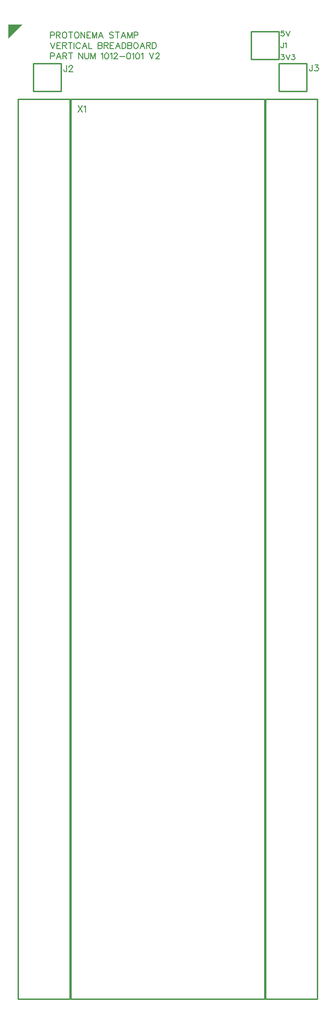
<source format=gto>
G04 Layer: TopSilkscreenLayer*
G04 EasyEDA v6.5.29, 2023-07-09 11:22:14*
G04 34a5644dc25c44e99f5b06bf355c49f1,5a6b42c53f6a479593ecc07194224c93,10*
G04 Gerber Generator version 0.2*
G04 Scale: 100 percent, Rotated: No, Reflected: No *
G04 Dimensions in millimeters *
G04 leading zeros omitted , absolute positions ,4 integer and 5 decimal *
%FSLAX45Y45*%
%MOMM*%

%ADD10C,0.2032*%
%ADD11C,0.1524*%
%ADD12C,0.2540*%

%LPD*%
D10*
X1277698Y17059536D02*
G01*
X1354155Y16944982D01*
X1354155Y17059536D02*
G01*
X1277698Y16944982D01*
X1389966Y17037695D02*
G01*
X1400888Y17043029D01*
X1417398Y17059536D01*
X1417398Y16944982D01*
X1072895Y17794731D02*
G01*
X1072895Y17707355D01*
X1067562Y17691100D01*
X1061973Y17685512D01*
X1051052Y17680178D01*
X1040129Y17680178D01*
X1029207Y17685512D01*
X1023873Y17691100D01*
X1018286Y17707355D01*
X1018286Y17718278D01*
X1114297Y17767300D02*
G01*
X1114297Y17772887D01*
X1119886Y17783810D01*
X1125220Y17789144D01*
X1136142Y17794731D01*
X1157986Y17794731D01*
X1168907Y17789144D01*
X1174242Y17783810D01*
X1179829Y17772887D01*
X1179829Y17761966D01*
X1174242Y17751044D01*
X1163573Y17734534D01*
X1108963Y17680178D01*
X1185163Y17680178D01*
X5568695Y17807431D02*
G01*
X5568695Y17720055D01*
X5563361Y17703800D01*
X5557774Y17698212D01*
X5546852Y17692878D01*
X5535929Y17692878D01*
X5525008Y17698212D01*
X5519674Y17703800D01*
X5514086Y17720055D01*
X5514086Y17730978D01*
X5615686Y17807431D02*
G01*
X5675629Y17807431D01*
X5642863Y17763744D01*
X5659374Y17763744D01*
X5670041Y17758155D01*
X5675629Y17752821D01*
X5680963Y17736312D01*
X5680963Y17725644D01*
X5675629Y17709134D01*
X5664708Y17698212D01*
X5648452Y17692878D01*
X5631941Y17692878D01*
X5615686Y17698212D01*
X5610097Y17703800D01*
X5604763Y17714721D01*
D11*
X5045709Y18426912D02*
G01*
X5000243Y18426912D01*
X4995672Y18386018D01*
X5000243Y18390590D01*
X5013706Y18395162D01*
X5027422Y18395162D01*
X5041138Y18390590D01*
X5050281Y18381446D01*
X5054854Y18367984D01*
X5054854Y18358840D01*
X5050281Y18345124D01*
X5041138Y18335980D01*
X5027422Y18331408D01*
X5013706Y18331408D01*
X5000243Y18335980D01*
X4995672Y18340552D01*
X4991100Y18349696D01*
X5084825Y18426912D02*
G01*
X5121147Y18331408D01*
X5157470Y18426912D02*
G01*
X5121147Y18331408D01*
X774700Y18403290D02*
G01*
X774700Y18294324D01*
X774700Y18403290D02*
G01*
X821436Y18403290D01*
X836929Y18398210D01*
X842263Y18392876D01*
X847344Y18382462D01*
X847344Y18366968D01*
X842263Y18356554D01*
X836929Y18351474D01*
X821436Y18346140D01*
X774700Y18346140D01*
X881634Y18403290D02*
G01*
X881634Y18294324D01*
X881634Y18403290D02*
G01*
X928370Y18403290D01*
X944118Y18398210D01*
X949197Y18392876D01*
X954531Y18382462D01*
X954531Y18372048D01*
X949197Y18361634D01*
X944118Y18356554D01*
X928370Y18351474D01*
X881634Y18351474D01*
X918210Y18351474D02*
G01*
X954531Y18294324D01*
X1019810Y18403290D02*
G01*
X1009650Y18398210D01*
X999236Y18387796D01*
X993902Y18377382D01*
X988821Y18361634D01*
X988821Y18335726D01*
X993902Y18320232D01*
X999236Y18309818D01*
X1009650Y18299404D01*
X1019810Y18294324D01*
X1040637Y18294324D01*
X1051052Y18299404D01*
X1061465Y18309818D01*
X1066800Y18320232D01*
X1071879Y18335726D01*
X1071879Y18361634D01*
X1066800Y18377382D01*
X1061465Y18387796D01*
X1051052Y18398210D01*
X1040637Y18403290D01*
X1019810Y18403290D01*
X1142492Y18403290D02*
G01*
X1142492Y18294324D01*
X1106170Y18403290D02*
G01*
X1178813Y18403290D01*
X1244345Y18403290D02*
G01*
X1233931Y18398210D01*
X1223518Y18387796D01*
X1218437Y18377382D01*
X1213104Y18361634D01*
X1213104Y18335726D01*
X1218437Y18320232D01*
X1223518Y18309818D01*
X1233931Y18299404D01*
X1244345Y18294324D01*
X1265173Y18294324D01*
X1275587Y18299404D01*
X1286002Y18309818D01*
X1291081Y18320232D01*
X1296415Y18335726D01*
X1296415Y18361634D01*
X1291081Y18377382D01*
X1286002Y18387796D01*
X1275587Y18398210D01*
X1265173Y18403290D01*
X1244345Y18403290D01*
X1330705Y18403290D02*
G01*
X1330705Y18294324D01*
X1330705Y18403290D02*
G01*
X1403350Y18294324D01*
X1403350Y18403290D02*
G01*
X1403350Y18294324D01*
X1437639Y18403290D02*
G01*
X1437639Y18294324D01*
X1437639Y18403290D02*
G01*
X1505204Y18403290D01*
X1437639Y18351474D02*
G01*
X1479295Y18351474D01*
X1437639Y18294324D02*
G01*
X1505204Y18294324D01*
X1539494Y18403290D02*
G01*
X1539494Y18294324D01*
X1539494Y18403290D02*
G01*
X1581150Y18294324D01*
X1622552Y18403290D02*
G01*
X1581150Y18294324D01*
X1622552Y18403290D02*
G01*
X1622552Y18294324D01*
X1698497Y18403290D02*
G01*
X1656842Y18294324D01*
X1698497Y18403290D02*
G01*
X1739900Y18294324D01*
X1672589Y18330646D02*
G01*
X1724405Y18330646D01*
X1927097Y18387796D02*
G01*
X1916684Y18398210D01*
X1901189Y18403290D01*
X1880362Y18403290D01*
X1864613Y18398210D01*
X1854200Y18387796D01*
X1854200Y18377382D01*
X1859534Y18366968D01*
X1864613Y18361634D01*
X1875028Y18356554D01*
X1906270Y18346140D01*
X1916684Y18341060D01*
X1921763Y18335726D01*
X1927097Y18325312D01*
X1927097Y18309818D01*
X1916684Y18299404D01*
X1901189Y18294324D01*
X1880362Y18294324D01*
X1864613Y18299404D01*
X1854200Y18309818D01*
X1997709Y18403290D02*
G01*
X1997709Y18294324D01*
X1961388Y18403290D02*
G01*
X2034031Y18403290D01*
X2109977Y18403290D02*
G01*
X2068322Y18294324D01*
X2109977Y18403290D02*
G01*
X2151379Y18294324D01*
X2084070Y18330646D02*
G01*
X2135886Y18330646D01*
X2185670Y18403290D02*
G01*
X2185670Y18294324D01*
X2185670Y18403290D02*
G01*
X2227325Y18294324D01*
X2268981Y18403290D02*
G01*
X2227325Y18294324D01*
X2268981Y18403290D02*
G01*
X2268981Y18294324D01*
X2303272Y18403290D02*
G01*
X2303272Y18294324D01*
X2303272Y18403290D02*
G01*
X2350008Y18403290D01*
X2365502Y18398210D01*
X2370836Y18392876D01*
X2375915Y18382462D01*
X2375915Y18366968D01*
X2370836Y18356554D01*
X2365502Y18351474D01*
X2350008Y18346140D01*
X2303272Y18346140D01*
X5036565Y18211012D02*
G01*
X5036565Y18138368D01*
X5031993Y18124652D01*
X5027422Y18120080D01*
X5018277Y18115508D01*
X5009388Y18115508D01*
X5000243Y18120080D01*
X4995672Y18124652D01*
X4991100Y18138368D01*
X4991100Y18147512D01*
X5066538Y18192978D02*
G01*
X5075681Y18197550D01*
X5089397Y18211012D01*
X5089397Y18115508D01*
X5000243Y17995112D02*
G01*
X5050281Y17995112D01*
X5022850Y17958790D01*
X5036565Y17958790D01*
X5045709Y17954218D01*
X5050281Y17949646D01*
X5054854Y17936184D01*
X5054854Y17927040D01*
X5050281Y17913324D01*
X5041138Y17904180D01*
X5027422Y17899608D01*
X5013706Y17899608D01*
X5000243Y17904180D01*
X4995672Y17908752D01*
X4991100Y17917896D01*
X5084825Y17995112D02*
G01*
X5121147Y17899608D01*
X5157470Y17995112D02*
G01*
X5121147Y17899608D01*
X5196586Y17995112D02*
G01*
X5246624Y17995112D01*
X5219191Y17958790D01*
X5232908Y17958790D01*
X5242052Y17954218D01*
X5246624Y17949646D01*
X5251195Y17936184D01*
X5251195Y17927040D01*
X5246624Y17913324D01*
X5237479Y17904180D01*
X5223763Y17899608D01*
X5210302Y17899608D01*
X5196586Y17904180D01*
X5192013Y17908752D01*
X5187441Y17917896D01*
X774700Y18212816D02*
G01*
X816355Y18103595D01*
X857757Y18212816D02*
G01*
X816355Y18103595D01*
X892047Y18212816D02*
G01*
X892047Y18103595D01*
X892047Y18212816D02*
G01*
X959612Y18212816D01*
X892047Y18160745D02*
G01*
X933704Y18160745D01*
X892047Y18103595D02*
G01*
X959612Y18103595D01*
X993902Y18212816D02*
G01*
X993902Y18103595D01*
X993902Y18212816D02*
G01*
X1040637Y18212816D01*
X1056386Y18207736D01*
X1061465Y18202402D01*
X1066800Y18191987D01*
X1066800Y18181574D01*
X1061465Y18171160D01*
X1056386Y18166079D01*
X1040637Y18160745D01*
X993902Y18160745D01*
X1030223Y18160745D02*
G01*
X1066800Y18103595D01*
X1137412Y18212816D02*
G01*
X1137412Y18103595D01*
X1101089Y18212816D02*
G01*
X1173734Y18212816D01*
X1208023Y18212816D02*
G01*
X1208023Y18103595D01*
X1320292Y18186908D02*
G01*
X1314957Y18197321D01*
X1304544Y18207736D01*
X1294129Y18212816D01*
X1273555Y18212816D01*
X1263142Y18207736D01*
X1252728Y18197321D01*
X1247394Y18186908D01*
X1242313Y18171160D01*
X1242313Y18145252D01*
X1247394Y18129758D01*
X1252728Y18119344D01*
X1263142Y18108929D01*
X1273555Y18103595D01*
X1294129Y18103595D01*
X1304544Y18108929D01*
X1314957Y18119344D01*
X1320292Y18129758D01*
X1395984Y18212816D02*
G01*
X1354581Y18103595D01*
X1395984Y18212816D02*
G01*
X1437639Y18103595D01*
X1370076Y18140171D02*
G01*
X1422145Y18140171D01*
X1471929Y18212816D02*
G01*
X1471929Y18103595D01*
X1471929Y18103595D02*
G01*
X1534160Y18103595D01*
X1648460Y18212816D02*
G01*
X1648460Y18103595D01*
X1648460Y18212816D02*
G01*
X1695450Y18212816D01*
X1710944Y18207736D01*
X1716023Y18202402D01*
X1721357Y18191987D01*
X1721357Y18181574D01*
X1716023Y18171160D01*
X1710944Y18166079D01*
X1695450Y18160745D01*
X1648460Y18160745D02*
G01*
X1695450Y18160745D01*
X1710944Y18155666D01*
X1716023Y18150586D01*
X1721357Y18140171D01*
X1721357Y18124424D01*
X1716023Y18114010D01*
X1710944Y18108929D01*
X1695450Y18103595D01*
X1648460Y18103595D01*
X1755647Y18212816D02*
G01*
X1755647Y18103595D01*
X1755647Y18212816D02*
G01*
X1802384Y18212816D01*
X1817878Y18207736D01*
X1823212Y18202402D01*
X1828292Y18191987D01*
X1828292Y18181574D01*
X1823212Y18171160D01*
X1817878Y18166079D01*
X1802384Y18160745D01*
X1755647Y18160745D01*
X1791970Y18160745D02*
G01*
X1828292Y18103595D01*
X1862581Y18212816D02*
G01*
X1862581Y18103595D01*
X1862581Y18212816D02*
G01*
X1930145Y18212816D01*
X1862581Y18160745D02*
G01*
X1904237Y18160745D01*
X1862581Y18103595D02*
G01*
X1930145Y18103595D01*
X2006091Y18212816D02*
G01*
X1964436Y18103595D01*
X2006091Y18212816D02*
G01*
X2047493Y18103595D01*
X1979929Y18140171D02*
G01*
X2032000Y18140171D01*
X2081784Y18212816D02*
G01*
X2081784Y18103595D01*
X2081784Y18212816D02*
G01*
X2118359Y18212816D01*
X2133854Y18207736D01*
X2144268Y18197321D01*
X2149347Y18186908D01*
X2154681Y18171160D01*
X2154681Y18145252D01*
X2149347Y18129758D01*
X2144268Y18119344D01*
X2133854Y18108929D01*
X2118359Y18103595D01*
X2081784Y18103595D01*
X2188972Y18212816D02*
G01*
X2188972Y18103595D01*
X2188972Y18212816D02*
G01*
X2235708Y18212816D01*
X2251202Y18207736D01*
X2256536Y18202402D01*
X2261615Y18191987D01*
X2261615Y18181574D01*
X2256536Y18171160D01*
X2251202Y18166079D01*
X2235708Y18160745D01*
X2188972Y18160745D02*
G01*
X2235708Y18160745D01*
X2251202Y18155666D01*
X2256536Y18150586D01*
X2261615Y18140171D01*
X2261615Y18124424D01*
X2256536Y18114010D01*
X2251202Y18108929D01*
X2235708Y18103595D01*
X2188972Y18103595D01*
X2327147Y18212816D02*
G01*
X2316734Y18207736D01*
X2306320Y18197321D01*
X2301240Y18186908D01*
X2295906Y18171160D01*
X2295906Y18145252D01*
X2301240Y18129758D01*
X2306320Y18119344D01*
X2316734Y18108929D01*
X2327147Y18103595D01*
X2347975Y18103595D01*
X2358390Y18108929D01*
X2368550Y18119344D01*
X2373884Y18129758D01*
X2378963Y18145252D01*
X2378963Y18171160D01*
X2373884Y18186908D01*
X2368550Y18197321D01*
X2358390Y18207736D01*
X2347975Y18212816D01*
X2327147Y18212816D01*
X2454909Y18212816D02*
G01*
X2413254Y18103595D01*
X2454909Y18212816D02*
G01*
X2496565Y18103595D01*
X2429002Y18140171D02*
G01*
X2480818Y18140171D01*
X2530856Y18212816D02*
G01*
X2530856Y18103595D01*
X2530856Y18212816D02*
G01*
X2577591Y18212816D01*
X2593086Y18207736D01*
X2598420Y18202402D01*
X2603500Y18191987D01*
X2603500Y18181574D01*
X2598420Y18171160D01*
X2593086Y18166079D01*
X2577591Y18160745D01*
X2530856Y18160745D01*
X2567177Y18160745D02*
G01*
X2603500Y18103595D01*
X2637790Y18212816D02*
G01*
X2637790Y18103595D01*
X2637790Y18212816D02*
G01*
X2674111Y18212816D01*
X2689859Y18207736D01*
X2700020Y18197321D01*
X2705354Y18186908D01*
X2710434Y18171160D01*
X2710434Y18145252D01*
X2705354Y18129758D01*
X2700020Y18119344D01*
X2689859Y18108929D01*
X2674111Y18103595D01*
X2637790Y18103595D01*
X774700Y18022316D02*
G01*
X774700Y17913095D01*
X774700Y18022316D02*
G01*
X821436Y18022316D01*
X836929Y18017236D01*
X842263Y18011902D01*
X847344Y18001487D01*
X847344Y17985994D01*
X842263Y17975579D01*
X836929Y17970245D01*
X821436Y17965166D01*
X774700Y17965166D01*
X923289Y18022316D02*
G01*
X881634Y17913095D01*
X923289Y18022316D02*
G01*
X964945Y17913095D01*
X897381Y17949671D02*
G01*
X949197Y17949671D01*
X999236Y18022316D02*
G01*
X999236Y17913095D01*
X999236Y18022316D02*
G01*
X1045971Y18022316D01*
X1061465Y18017236D01*
X1066800Y18011902D01*
X1071879Y18001487D01*
X1071879Y17991074D01*
X1066800Y17980660D01*
X1061465Y17975579D01*
X1045971Y17970245D01*
X999236Y17970245D01*
X1035557Y17970245D02*
G01*
X1071879Y17913095D01*
X1142492Y18022316D02*
G01*
X1142492Y17913095D01*
X1106170Y18022316D02*
G01*
X1178813Y18022316D01*
X1293113Y18022316D02*
G01*
X1293113Y17913095D01*
X1293113Y18022316D02*
G01*
X1366012Y17913095D01*
X1366012Y18022316D02*
G01*
X1366012Y17913095D01*
X1400302Y18022316D02*
G01*
X1400302Y17944337D01*
X1405381Y17928844D01*
X1415795Y17918429D01*
X1431289Y17913095D01*
X1441704Y17913095D01*
X1457452Y17918429D01*
X1467865Y17928844D01*
X1472945Y17944337D01*
X1472945Y18022316D01*
X1507236Y18022316D02*
G01*
X1507236Y17913095D01*
X1507236Y18022316D02*
G01*
X1548892Y17913095D01*
X1590294Y18022316D02*
G01*
X1548892Y17913095D01*
X1590294Y18022316D02*
G01*
X1590294Y17913095D01*
X1704594Y18001487D02*
G01*
X1715007Y18006821D01*
X1730755Y18022316D01*
X1730755Y17913095D01*
X1796034Y18022316D02*
G01*
X1780539Y18017236D01*
X1770126Y18001487D01*
X1765045Y17975579D01*
X1765045Y17960086D01*
X1770126Y17933924D01*
X1780539Y17918429D01*
X1796034Y17913095D01*
X1806447Y17913095D01*
X1822195Y17918429D01*
X1832610Y17933924D01*
X1837689Y17960086D01*
X1837689Y17975579D01*
X1832610Y18001487D01*
X1822195Y18017236D01*
X1806447Y18022316D01*
X1796034Y18022316D01*
X1871979Y18001487D02*
G01*
X1882394Y18006821D01*
X1897887Y18022316D01*
X1897887Y17913095D01*
X1937511Y17996408D02*
G01*
X1937511Y18001487D01*
X1942591Y18011902D01*
X1947925Y18017236D01*
X1958340Y18022316D01*
X1978913Y18022316D01*
X1989327Y18017236D01*
X1994661Y18011902D01*
X1999741Y18001487D01*
X1999741Y17991074D01*
X1994661Y17980660D01*
X1984247Y17965166D01*
X1932177Y17913095D01*
X2005075Y17913095D01*
X2039365Y17960086D02*
G01*
X2132838Y17960086D01*
X2198370Y18022316D02*
G01*
X2182622Y18017236D01*
X2172208Y18001487D01*
X2167127Y17975579D01*
X2167127Y17960086D01*
X2172208Y17933924D01*
X2182622Y17918429D01*
X2198370Y17913095D01*
X2208529Y17913095D01*
X2224277Y17918429D01*
X2234691Y17933924D01*
X2239772Y17960086D01*
X2239772Y17975579D01*
X2234691Y18001487D01*
X2224277Y18017236D01*
X2208529Y18022316D01*
X2198370Y18022316D01*
X2274061Y18001487D02*
G01*
X2284475Y18006821D01*
X2299970Y18022316D01*
X2299970Y17913095D01*
X2365502Y18022316D02*
G01*
X2350008Y18017236D01*
X2339593Y18001487D01*
X2334259Y17975579D01*
X2334259Y17960086D01*
X2339593Y17933924D01*
X2350008Y17918429D01*
X2365502Y17913095D01*
X2375915Y17913095D01*
X2391409Y17918429D01*
X2401824Y17933924D01*
X2407158Y17960086D01*
X2407158Y17975579D01*
X2401824Y18001487D01*
X2391409Y18017236D01*
X2375915Y18022316D01*
X2365502Y18022316D01*
X2441447Y18001487D02*
G01*
X2451861Y18006821D01*
X2467356Y18022316D01*
X2467356Y17913095D01*
X2581656Y18022316D02*
G01*
X2623311Y17913095D01*
X2664713Y18022316D02*
G01*
X2623311Y17913095D01*
X2704338Y17996408D02*
G01*
X2704338Y18001487D01*
X2709418Y18011902D01*
X2714752Y18017236D01*
X2725165Y18022316D01*
X2745740Y18022316D01*
X2756154Y18017236D01*
X2761488Y18011902D01*
X2766568Y18001487D01*
X2766568Y17991074D01*
X2761488Y17980660D01*
X2751074Y17965166D01*
X2699004Y17913095D01*
X2771902Y17913095D01*
G36*
X0Y18541949D02*
G01*
X0Y18287949D01*
X254000Y18541949D01*
G37*
D12*
X178206Y17179645D02*
G01*
X1128217Y17179645D01*
X1128217Y729665D01*
X178206Y729665D01*
X178206Y17179645D01*
X1143406Y17179645D02*
G01*
X4693411Y17179645D01*
X4693411Y729665D01*
X1143406Y729665D01*
X1143406Y17179645D01*
X4712106Y17179645D02*
G01*
X5662117Y17179645D01*
X5662117Y729665D01*
X4712106Y729665D01*
X4712106Y17179645D01*
X457200Y17830774D02*
G01*
X965200Y17830774D01*
X965200Y17322774D01*
X457200Y17322774D01*
X457200Y17830774D01*
X4953000Y17830774D02*
G01*
X5461000Y17830774D01*
X5461000Y17322774D01*
X4953000Y17322774D01*
X4953000Y17830774D01*
X4445000Y18414974D02*
G01*
X4953000Y18414974D01*
X4953000Y17906974D01*
X4445000Y17906974D01*
X4445000Y18414974D01*
M02*

</source>
